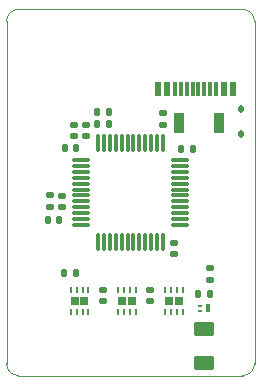
<source format=gbr>
%TF.GenerationSoftware,KiCad,Pcbnew,9.0.3-9.0.3-0~ubuntu24.04.1*%
%TF.CreationDate,2025-09-19T18:16:16+02:00*%
%TF.ProjectId,ant control board v2,616e7420-636f-46e7-9472-6f6c20626f61,2.0*%
%TF.SameCoordinates,Original*%
%TF.FileFunction,Paste,Top*%
%TF.FilePolarity,Positive*%
%FSLAX46Y46*%
G04 Gerber Fmt 4.6, Leading zero omitted, Abs format (unit mm)*
G04 Created by KiCad (PCBNEW 9.0.3-9.0.3-0~ubuntu24.04.1) date 2025-09-19 18:16:16*
%MOMM*%
%LPD*%
G01*
G04 APERTURE LIST*
G04 Aperture macros list*
%AMRoundRect*
0 Rectangle with rounded corners*
0 $1 Rounding radius*
0 $2 $3 $4 $5 $6 $7 $8 $9 X,Y pos of 4 corners*
0 Add a 4 corners polygon primitive as box body*
4,1,4,$2,$3,$4,$5,$6,$7,$8,$9,$2,$3,0*
0 Add four circle primitives for the rounded corners*
1,1,$1+$1,$2,$3*
1,1,$1+$1,$4,$5*
1,1,$1+$1,$6,$7*
1,1,$1+$1,$8,$9*
0 Add four rect primitives between the rounded corners*
20,1,$1+$1,$2,$3,$4,$5,0*
20,1,$1+$1,$4,$5,$6,$7,0*
20,1,$1+$1,$6,$7,$8,$9,0*
20,1,$1+$1,$8,$9,$2,$3,0*%
G04 Aperture macros list end*
%ADD10RoundRect,0.140000X0.170000X-0.140000X0.170000X0.140000X-0.170000X0.140000X-0.170000X-0.140000X0*%
%ADD11R,0.650000X0.750000*%
%ADD12RoundRect,0.062500X0.062500X-0.187500X0.062500X0.187500X-0.062500X0.187500X-0.062500X-0.187500X0*%
%ADD13RoundRect,0.135000X-0.185000X0.135000X-0.185000X-0.135000X0.185000X-0.135000X0.185000X0.135000X0*%
%ADD14RoundRect,0.135000X0.135000X0.185000X-0.135000X0.185000X-0.135000X-0.185000X0.135000X-0.185000X0*%
%ADD15R,0.400000X0.250000*%
%ADD16R,0.400000X0.700000*%
%ADD17RoundRect,0.140000X-0.140000X-0.170000X0.140000X-0.170000X0.140000X0.170000X-0.140000X0.170000X0*%
%ADD18R,0.600000X1.150000*%
%ADD19R,0.300000X1.150000*%
%ADD20RoundRect,0.112500X0.112500X-0.187500X0.112500X0.187500X-0.112500X0.187500X-0.112500X-0.187500X0*%
%ADD21R,0.900000X1.700000*%
%ADD22RoundRect,0.075000X-0.662500X-0.075000X0.662500X-0.075000X0.662500X0.075000X-0.662500X0.075000X0*%
%ADD23RoundRect,0.075000X-0.075000X-0.662500X0.075000X-0.662500X0.075000X0.662500X-0.075000X0.662500X0*%
%ADD24RoundRect,0.135000X-0.135000X-0.185000X0.135000X-0.185000X0.135000X0.185000X-0.135000X0.185000X0*%
%ADD25RoundRect,0.140000X-0.170000X0.140000X-0.170000X-0.140000X0.170000X-0.140000X0.170000X0.140000X0*%
%ADD26RoundRect,0.140000X0.140000X0.170000X-0.140000X0.170000X-0.140000X-0.170000X0.140000X-0.170000X0*%
%ADD27RoundRect,0.250000X-0.625000X0.375000X-0.625000X-0.375000X0.625000X-0.375000X0.625000X0.375000X0*%
%ADD28RoundRect,0.135000X0.185000X-0.135000X0.185000X0.135000X-0.185000X0.135000X-0.185000X-0.135000X0*%
%TA.AperFunction,Profile*%
%ADD29C,0.050000*%
%TD*%
G04 APERTURE END LIST*
D10*
%TO.C,C18*%
X103690000Y-125770000D03*
X103690000Y-126730000D03*
%TD*%
D11*
%TO.C,U4*%
X112790000Y-134700000D03*
X113590000Y-134700000D03*
D12*
X112440000Y-135650000D03*
X112940000Y-135650000D03*
X113440000Y-135650000D03*
X113940000Y-135650000D03*
X113940000Y-133750000D03*
X113440000Y-133750000D03*
X112940000Y-133750000D03*
X112440000Y-133750000D03*
%TD*%
D11*
%TO.C,U2*%
X104790000Y-134700000D03*
X105590000Y-134700000D03*
D12*
X104440000Y-135650000D03*
X104940000Y-135650000D03*
X105440000Y-135650000D03*
X105940000Y-135650000D03*
X105940000Y-133750000D03*
X105440000Y-133750000D03*
X104940000Y-133750000D03*
X104440000Y-133750000D03*
%TD*%
D11*
%TO.C,U3*%
X108790000Y-134700000D03*
X109590000Y-134700000D03*
D12*
X108440000Y-135650000D03*
X108940000Y-135650000D03*
X109440000Y-135650000D03*
X109940000Y-135650000D03*
X109940000Y-133750000D03*
X109440000Y-133750000D03*
X108940000Y-133750000D03*
X108440000Y-133750000D03*
%TD*%
D13*
%TO.C,R6*%
X102670000Y-125740000D03*
X102670000Y-126760000D03*
%TD*%
D10*
%TO.C,C15*%
X105690000Y-120730000D03*
X105690000Y-119770000D03*
%TD*%
%TO.C,C13*%
X104690000Y-120730000D03*
X104690000Y-119770000D03*
%TD*%
D14*
%TO.C,R9*%
X107680000Y-118700000D03*
X106660000Y-118700000D03*
%TD*%
D10*
%TO.C,C6*%
X107190000Y-134680000D03*
X107190000Y-133720000D03*
%TD*%
D15*
%TO.C,Q1*%
X115340000Y-135075000D03*
X115340000Y-135525000D03*
D16*
X116040000Y-135300000D03*
%TD*%
D17*
%TO.C,C5*%
X103890000Y-132300000D03*
X104850000Y-132300000D03*
%TD*%
D18*
%TO.C,J3*%
X118200000Y-116755000D03*
X117400000Y-116755000D03*
D19*
X116750000Y-116755000D03*
X116250000Y-116755000D03*
X115750000Y-116755000D03*
X115250000Y-116755000D03*
X114750000Y-116755000D03*
X114250000Y-116755000D03*
X113750000Y-116755000D03*
X113250000Y-116755000D03*
D18*
X112600000Y-116755000D03*
X111800000Y-116755000D03*
%TD*%
D14*
%TO.C,R8*%
X107680000Y-119700000D03*
X106660000Y-119700000D03*
%TD*%
D17*
%TO.C,C16*%
X113810000Y-121850000D03*
X114770000Y-121850000D03*
%TD*%
D20*
%TO.C,D1*%
X118890000Y-120550000D03*
X118890000Y-118450000D03*
%TD*%
D21*
%TO.C,SW1*%
X116990000Y-119650000D03*
X113590000Y-119650000D03*
%TD*%
D10*
%TO.C,C7*%
X111190000Y-134680000D03*
X111190000Y-133720000D03*
%TD*%
D22*
%TO.C,U6*%
X105337500Y-122750000D03*
X105337500Y-123250000D03*
X105337500Y-123750000D03*
X105337500Y-124250000D03*
X105337500Y-124750000D03*
X105337500Y-125250000D03*
X105337500Y-125750000D03*
X105337500Y-126250000D03*
X105337500Y-126750000D03*
X105337500Y-127250000D03*
X105337500Y-127750000D03*
X105337500Y-128250000D03*
D23*
X106750000Y-129662500D03*
X107250000Y-129662500D03*
X107750000Y-129662500D03*
X108250000Y-129662500D03*
X108750000Y-129662500D03*
X109250000Y-129662500D03*
X109750000Y-129662500D03*
X110250000Y-129662500D03*
X110750000Y-129662500D03*
X111250000Y-129662500D03*
X111750000Y-129662500D03*
X112250000Y-129662500D03*
D22*
X113662500Y-128250000D03*
X113662500Y-127750000D03*
X113662500Y-127250000D03*
X113662500Y-126750000D03*
X113662500Y-126250000D03*
X113662500Y-125750000D03*
X113662500Y-125250000D03*
X113662500Y-124750000D03*
X113662500Y-124250000D03*
X113662500Y-123750000D03*
X113662500Y-123250000D03*
X113662500Y-122750000D03*
D23*
X112250000Y-121337500D03*
X111750000Y-121337500D03*
X111250000Y-121337500D03*
X110750000Y-121337500D03*
X110250000Y-121337500D03*
X109750000Y-121337500D03*
X109250000Y-121337500D03*
X108750000Y-121337500D03*
X108250000Y-121337500D03*
X107750000Y-121337500D03*
X107250000Y-121337500D03*
X106750000Y-121337500D03*
%TD*%
D24*
%TO.C,R10*%
X115180000Y-134100000D03*
X116200000Y-134100000D03*
%TD*%
D25*
%TO.C,C17*%
X113220000Y-129770000D03*
X113220000Y-130730000D03*
%TD*%
D17*
%TO.C,C11*%
X102520000Y-127800000D03*
X103480000Y-127800000D03*
%TD*%
D13*
%TO.C,R7*%
X112290000Y-118790000D03*
X112290000Y-119810000D03*
%TD*%
D26*
%TO.C,C14*%
X104920000Y-121750000D03*
X103960000Y-121750000D03*
%TD*%
D27*
%TO.C,D2*%
X115690000Y-137100000D03*
X115690000Y-139900000D03*
%TD*%
D28*
%TO.C,R11*%
X116200000Y-132910000D03*
X116200000Y-131890000D03*
%TD*%
D29*
X120000000Y-140000000D02*
X120000000Y-111000000D01*
X100000000Y-141000000D02*
X119000000Y-141000000D01*
X99000000Y-111000000D02*
X99000000Y-140000000D01*
X119000000Y-110000000D02*
X100000000Y-110000000D01*
X99000000Y-111000000D02*
G75*
G02*
X100000000Y-110000000I1000000J0D01*
G01*
X119000000Y-110000000D02*
G75*
G02*
X120000000Y-111000000I0J-1000000D01*
G01*
X120000000Y-140000000D02*
G75*
G02*
X119000000Y-141000000I-1000000J0D01*
G01*
X100000000Y-141000000D02*
G75*
G02*
X99000000Y-140000000I0J1000000D01*
G01*
M02*

</source>
